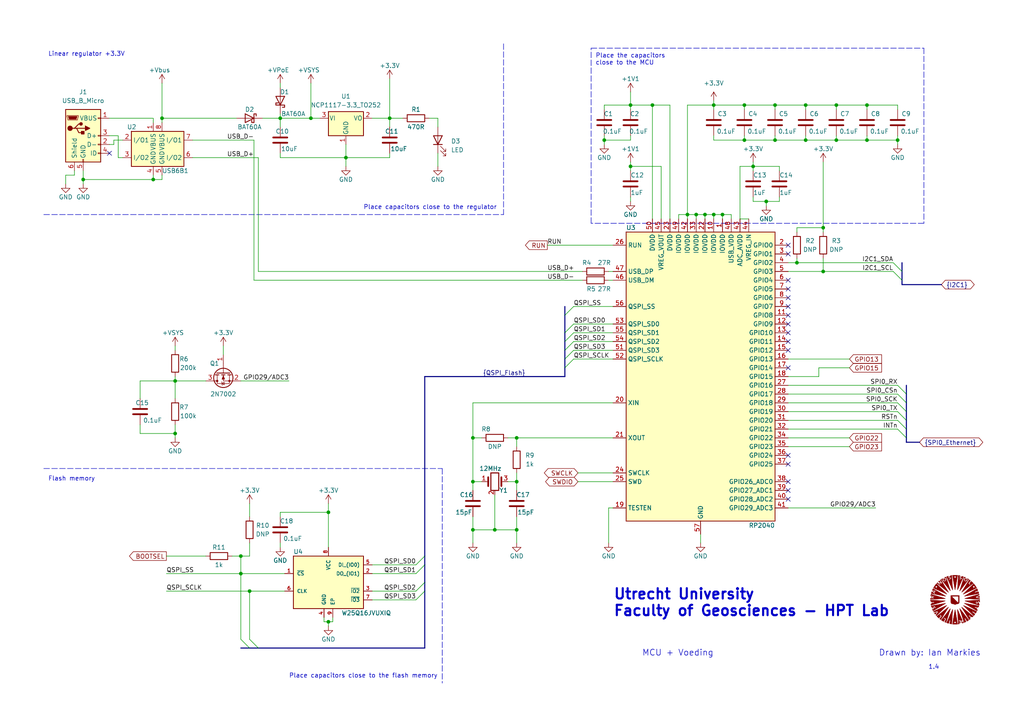
<source format=kicad_sch>
(kicad_sch (version 20211123) (generator eeschema)
  (paper "A4")
  (lib_symbols
    (symbol "+Vsys_1" (power) (in_bom no) (on_board no)
      (property "Value" "+Vsys_1" (at 0 3.81 0))
      (symbol "+Vsys_1_1_1"
        (pin power_in line (at 0 0 90) (length 0) hide (name "+VSYS") (number ""))
      )
    )
    (symbol "Connector:USB_B_Micro" (pin_names (offset 1.016))
      (property "Reference" "J" (at -5.08 11.43 0))
      (property "Value" "USB_B_Micro" (at -5.08 8.89 0))
      (symbol "USB_B_Micro_1_1"
        (pin power_out line (at 7.62 5.08 180) (length 2.54) (name "VBUS") (number "1"))
        (pin bidirectional line (at 7.62 -2.54 180) (length 2.54) (name "D-") (number "2"))
        (pin bidirectional line (at 7.62 0 180) (length 2.54) (name "D+") (number "3"))
        (pin passive line (at 7.62 -5.08 180) (length 2.54) (name "ID") (number "4"))
        (pin power_out line (at 0 -10.16 90) (length 2.54) (name "GND") (number "5"))
        (pin passive line (at -2.54 -10.16 90) (length 2.54) (name "Shield") (number "6"))
      )
    )
    (symbol "Device:C" (pin_numbers hide) (pin_names (offset 0.254))
      (property "Reference" "C" (at 0.635 2.54 0))
      (property "Value" "C" (at 0.635 -2.54 0))
      (symbol "C_1_1"
        (pin passive line (at 0 3.81 270) (length 2.794) (name "~") (number "1"))
        (pin passive line (at 0 -3.81 90) (length 2.794) (name "~") (number "2"))
      )
    )
    (symbol "Device:LED" (pin_numbers hide) (pin_names (offset 1.016) hide)
      (property "Reference" "D" (at 0 2.54 0))
      (property "Value" "LED" (at 0 -2.54 0))
      (symbol "LED_1_1"
        (pin passive line (at -3.81 0 0) (length 2.54) (name "K") (number "1"))
        (pin passive line (at 3.81 0 180) (length 2.54) (name "A") (number "2"))
      )
    )
    (symbol "Device:R" (pin_numbers hide) (pin_names (offset 0))
      (property "Reference" "R" (at 2.032 0 90))
      (property "Value" "R" (at 0 0 90))
      (symbol "R_1_1"
        (pin passive line (at 0 3.81 270) (length 1.27) (name "~") (number "1"))
        (pin passive line (at 0 -3.81 90) (length 1.27) (name "~") (number "2"))
      )
    )
    (symbol "Diode:BAT60A" (pin_numbers hide) (pin_names (offset 1.016) hide)
      (property "Reference" "D" (at 0 2.54 0))
      (property "Value" "BAT60A" (at 0 -2.54 0))
      (symbol "BAT60A_1_1"
        (pin passive line (at -3.81 0 0) (length 2.54) (name "K") (number "1"))
        (pin passive line (at 3.81 0 180) (length 2.54) (name "A") (number "2"))
      )
    )
    (symbol "HPT:+VPoE" (power) (in_bom no) (on_board no)
      (property "Value" "+VPoE" (at 0 5.08 0))
      (symbol "+VPoE_1_1"
        (pin power_in line (at 0 0 90) (length 0) hide (name "+VPoE") (number ""))
      )
    )
    (symbol "HPT:+Vbus" (power) (in_bom no) (on_board no)
      (property "Value" "+Vbus" (at 0 5.08 0))
      (symbol "+Vbus_1_1"
        (pin power_in line (at 0 0 90) (length 0) hide (name "+Vbus") (number ""))
      )
    )
    (symbol "HPT:+Vsys" (power) (in_bom no) (on_board no)
      (property "Value" "+Vsys" (at 0 3.81 0))
      (symbol "+Vsys_1_1"
        (pin power_in line (at 0 0 90) (length 0) hide (name "+VSYS") (number ""))
      )
    )
    (symbol "HPT:Crystal"
      (property "Reference" "U" (at 1.27 6.35 0))
      (property "Value" "Crystal" (at 0 -8.89 0))
      (symbol "Crystal_1_1"
        (pin passive line (at -3.81 0 0) (length 1.27) (name "") (number "1"))
        (pin passive line (at 0 -3.81 90) (length 1.27) (name "") (number "2"))
        (pin passive line (at 3.81 0 180) (length 1.27) (name "") (number "3"))
        (pin passive line (at 0 -3.81 90) (length 1.27) hide (name "") (number "4"))
      )
    )
    (symbol "HPT:LOGO" (pin_names (offset 1.016)))
    (symbol "HPT:W25Q16JVUXIQ" (pin_names (offset 1.016))
      (property "Reference" "IC" (at -10.16 8.89 0))
      (property "Value" "W25Q16JVUXIQ" (at 5.08 -8.89 0))
      (symbol "W25Q16JVUXIQ_0_0"
        (pin bidirectional line (at -12.7 2.54 0) (length 2.54) (name "~{CS}") (number "1"))
        (pin bidirectional line (at 12.7 2.54 180) (length 2.54) (name "DO_(IO1)") (number "2"))
        (pin bidirectional line (at 12.7 -2.54 180) (length 2.54) (name "~{IO2}") (number "3"))
        (pin bidirectional line (at -1.27 -10.16 90) (length 2.54) (name "GND") (number "4"))
        (pin bidirectional line (at 12.7 5.08 180) (length 2.54) (name "DI_(IO0)") (number "5"))
        (pin bidirectional line (at -12.7 -2.54 0) (length 2.54) (name "CLK") (number "6"))
        (pin bidirectional line (at 12.7 -5.08 180) (length 2.54) (name "~{IO3}") (number "7"))
        (pin bidirectional line (at 0 10.16 270) (length 2.54) (name "VCC") (number "8"))
        (pin bidirectional line (at 1.27 -10.16 90) (length 2.54) (name "EP") (number "9"))
      )
    )
    (symbol "MCU_RaspberryPi:RP2040"
      (property "Reference" "U3" (at -21.59 43.18 0))
      (property "Value" "RP2040" (at 13.97 -43.18 0))
      (symbol "RP2040_1_1"
        (pin power_in line (at 6.35 45.72 270) (length 3.81) (name "IOVDD") (number "1"))
        (pin power_in line (at 3.81 45.72 270) (length 3.81) (name "IOVDD") (number "10"))
        (pin bidirectional line (at 25.4 17.78 180) (length 3.81) (name "GPIO8") (number "11"))
        (pin bidirectional line (at 25.4 15.24 180) (length 3.81) (name "GPIO9") (number "12"))
        (pin bidirectional line (at 25.4 12.7 180) (length 3.81) (name "GPIO10") (number "13"))
        (pin bidirectional line (at 25.4 10.16 180) (length 3.81) (name "GPIO11") (number "14"))
        (pin bidirectional line (at 25.4 7.62 180) (length 3.81) (name "GPIO12") (number "15"))
        (pin bidirectional line (at 25.4 5.08 180) (length 3.81) (name "GPIO13") (number "16"))
        (pin bidirectional line (at 25.4 2.54 180) (length 3.81) (name "GPIO14") (number "17"))
        (pin bidirectional line (at 25.4 0 180) (length 3.81) (name "GPIO15") (number "18"))
        (pin input line (at -25.4 -38.1 0) (length 3.81) (name "TESTEN") (number "19"))
        (pin bidirectional line (at 25.4 38.1 180) (length 3.81) (name "GPIO0") (number "2"))
        (pin input line (at -25.4 -7.62 0) (length 3.81) (name "XIN") (number "20"))
        (pin passive line (at -25.4 -17.78 0) (length 3.81) (name "XOUT") (number "21"))
        (pin power_in line (at 1.27 45.72 270) (length 3.81) (name "IOVDD") (number "22"))
        (pin power_in line (at -8.89 45.72 270) (length 3.81) (name "DVDD") (number "23"))
        (pin output line (at -25.4 -27.94 0) (length 3.81) (name "SWCLK") (number "24"))
        (pin bidirectional line (at -25.4 -30.48 0) (length 3.81) (name "SWD") (number "25"))
        (pin input line (at -25.4 38.1 0) (length 3.81) (name "RUN") (number "26"))
        (pin bidirectional line (at 25.4 -2.54 180) (length 3.81) (name "GPIO16") (number "27"))
        (pin bidirectional line (at 25.4 -5.08 180) (length 3.81) (name "GPIO17") (number "28"))
        (pin bidirectional line (at 25.4 -7.62 180) (length 3.81) (name "GPIO18") (number "29"))
        (pin bidirectional line (at 25.4 35.56 180) (length 3.81) (name "GPIO1") (number "3"))
        (pin bidirectional line (at 25.4 -10.16 180) (length 3.81) (name "GPIO19") (number "30"))
        (pin bidirectional line (at 25.4 -12.7 180) (length 3.81) (name "GPIO20") (number "31"))
        (pin bidirectional line (at 25.4 -15.24 180) (length 3.81) (name "GPIO21") (number "32"))
        (pin power_in line (at -1.27 45.72 270) (length 3.81) (name "IOVDD") (number "33"))
        (pin bidirectional line (at 25.4 -17.78 180) (length 3.81) (name "GPIO22") (number "34"))
        (pin bidirectional line (at 25.4 -20.32 180) (length 3.81) (name "GPIO23") (number "35"))
        (pin bidirectional line (at 25.4 -22.86 180) (length 3.81) (name "GPIO24") (number "36"))
        (pin bidirectional line (at 25.4 -25.4 180) (length 3.81) (name "GPIO25") (number "37"))
        (pin bidirectional line (at 25.4 -30.48 180) (length 3.81) (name "GPIO26_ADC0") (number "38"))
        (pin bidirectional line (at 25.4 -33.02 180) (length 3.81) (name "GPIO27_ADC1") (number "39"))
        (pin bidirectional line (at 25.4 33.02 180) (length 3.81) (name "GPIO2") (number "4"))
        (pin bidirectional line (at 25.4 -35.56 180) (length 3.81) (name "GPIO28_ADC2") (number "40"))
        (pin bidirectional line (at 25.4 -38.1 180) (length 3.81) (name "GPIO29_ADC3") (number "41"))
        (pin power_in line (at -3.81 45.72 270) (length 3.81) (name "IOVDD") (number "42"))
        (pin power_in line (at 11.43 45.72 270) (length 3.81) (name "ADC_AVDD") (number "43"))
        (pin power_in line (at 13.97 45.72 270) (length 3.81) (name "VREG_IN") (number "44"))
        (pin power_out line (at -11.43 45.72 270) (length 3.81) (name "VREG_VOUT") (number "45"))
        (pin bidirectional line (at -25.4 27.94 0) (length 3.81) (name "USB_DM") (number "46"))
        (pin bidirectional line (at -25.4 30.48 0) (length 3.81) (name "USB_DP") (number "47"))
        (pin power_in line (at 8.89 45.72 270) (length 3.81) (name "USB_VDD") (number "48"))
        (pin power_in line (at -6.35 45.72 270) (length 3.81) (name "IOVDD") (number "49"))
        (pin bidirectional line (at 25.4 30.48 180) (length 3.81) (name "GPIO3") (number "5"))
        (pin power_in line (at -13.97 45.72 270) (length 3.81) (name "DVDD") (number "50"))
        (pin bidirectional line (at -25.4 7.62 0) (length 3.81) (name "QSPI_SD3") (number "51"))
        (pin output line (at -25.4 5.08 0) (length 3.81) (name "QSPI_SCLK") (number "52"))
        (pin bidirectional line (at -25.4 15.24 0) (length 3.81) (name "QSPI_SD0") (number "53"))
        (pin bidirectional line (at -25.4 10.16 0) (length 3.81) (name "QSPI_SD2") (number "54"))
        (pin bidirectional line (at -25.4 12.7 0) (length 3.81) (name "QSPI_SD1") (number "55"))
        (pin bidirectional line (at -25.4 20.32 0) (length 3.81) (name "QSPI_SS") (number "56"))
        (pin power_in line (at 0 -45.72 90) (length 3.81) (name "GND") (number "57"))
        (pin bidirectional line (at 25.4 27.94 180) (length 3.81) (name "GPIO4") (number "6"))
        (pin bidirectional line (at 25.4 25.4 180) (length 3.81) (name "GPIO5") (number "7"))
        (pin bidirectional line (at 25.4 22.86 180) (length 3.81) (name "GPIO6") (number "8"))
        (pin bidirectional line (at 25.4 20.32 180) (length 3.81) (name "GPIO7") (number "9"))
      )
    )
    (symbol "Power_Protection:USB6B1"
      (property "Reference" "U2" (at -8.89 6.35 0))
      (property "Value" "USB6B1" (at 1.27 -6.35 0))
      (symbol "USB6B1_1_1"
        (pin passive line (at -1.27 7.62 270) (length 2.54) (name "VBUS") (number "1"))
        (pin passive line (at -10.16 2.54 0) (length 2.54) (name "I/O1") (number "2"))
        (pin passive line (at -10.16 -2.54 0) (length 2.54) (name "I/O2") (number "3"))
        (pin passive line (at -1.27 -7.62 90) (length 2.54) (name "GND") (number "4"))
        (pin passive line (at 1.27 -7.62 90) (length 2.54) (name "GND") (number "5"))
        (pin passive line (at 10.16 -2.54 180) (length 2.54) (name "I/O2") (number "6"))
        (pin passive line (at 10.16 2.54 180) (length 2.54) (name "I/O1") (number "7"))
        (pin passive line (at 1.27 7.62 270) (length 2.54) (name "VBUS") (number "8"))
      )
    )
    (symbol "Regulator_Linear:NCP1117-3.3_TO252" (pin_names (offset 0.254))
      (property "Reference" "U" (at -3.81 3.175 0))
      (property "Value" "NCP1117-3.3_TO252" (at 0 3.175 0))
      (symbol "NCP1117-3.3_TO252_1_1"
        (pin power_in line (at 0 -7.62 90) (length 2.54) (name "GND") (number "1"))
        (pin power_out line (at 7.62 0 180) (length 2.54) (name "VO") (number "2"))
        (pin power_in line (at -7.62 0 0) (length 2.54) (name "VI") (number "3"))
      )
    )
    (symbol "Transistor_FET:2N7002" (pin_names hide)
      (property "Reference" "Q" (at 5.08 1.905 0))
      (property "Value" "2N7002" (at 5.08 0 0))
      (symbol "2N7002_1_1"
        (pin input line (at -5.08 0 0) (length 2.54) (name "G") (number "1"))
        (pin passive line (at 2.54 -5.08 90) (length 2.54) (name "S") (number "2"))
        (pin passive line (at 2.54 5.08 270) (length 2.54) (name "D") (number "3"))
      )
    )
    (symbol "power:+1V1" (power) (pin_names (offset 0))
      (property "Value" "+1V1" (at 0 3.556 0))
      (symbol "+1V1_1_1"
        (pin power_in line (at 0 0 90) (length 0) hide (name "+1V1") (number "1"))
      )
    )
    (symbol "power:+3.3V" (power) (pin_names (offset 0))
      (property "Value" "+3.3V" (at 0 3.556 0))
      (symbol "+3.3V_1_1"
        (pin power_in line (at 0 0 90) (length 0) hide (name "+3.3V") (number "1"))
      )
    )
    (symbol "power:GND" (power) (pin_names (offset 0))
      (property "Value" "GND" (at 0 -3.81 0))
      (symbol "GND_1_1"
        (pin power_in line (at 0 0 270) (length 0) hide (name "GND") (number "1"))
      )
    )
  )
  (bus_alias "QSPI_Flash" (members "QSPI_SS" "QSPI_SCLK" "QSPI_SD0" "QSPI_SD1" "QSPI_SD2" "QSPI_SD3"))
  (bus_alias "I2C1" (members "I2C1_SDA" "I2C1_SCL"))
  (bus_alias "SPI0_Ethernet" (members "SPI0_RX" "SPI0_TX" "SPI0_SCK" "SPI0_CSn" "RSTn" "INTn"))
  (junction (at 137.16 127))
  (junction (at 113.03 34.29))
  (junction (at 207.01 62.23))
  (junction (at 69.85 161.29))
  (junction (at 209.55 62.23))
  (junction (at 242.57 30.48))
  (junction (at 189.23 30.48))
  (junction (at 238.76 78.74))
  (junction (at 204.47 62.23))
  (junction (at 251.46 30.48))
  (junction (at 100.33 45.72))
  (junction (at 175.26 40.64))
  (junction (at 50.8 110.49))
  (junction (at 149.86 153.67))
  (junction (at 199.39 62.23))
  (junction (at 137.16 139.7))
  (junction (at 215.9 40.64))
  (junction (at 207.01 30.48))
  (junction (at 222.25 58.42))
  (junction (at 69.85 166.37))
  (junction (at 224.79 40.64))
  (junction (at 46.99 34.29))
  (junction (at 233.68 40.64))
  (junction (at 95.25 180.34))
  (junction (at 90.17 34.29))
  (junction (at 182.88 30.48))
  (junction (at 50.8 125.73))
  (junction (at 218.44 48.26))
  (junction (at 72.39 171.45))
  (junction (at 81.28 34.29))
  (junction (at 224.79 30.48))
  (junction (at 242.57 40.64))
  (junction (at 44.45 52.07))
  (junction (at 251.46 40.64))
  (junction (at 137.16 153.67))
  (junction (at 143.51 153.67))
  (junction (at 260.35 40.64))
  (junction (at 149.86 127))
  (junction (at 24.13 52.07))
  (junction (at 233.68 30.48))
  (junction (at 182.88 48.26))
  (junction (at 201.93 62.23))
  (junction (at 95.25 148.59))
  (junction (at 238.76 66.04))
  (junction (at 149.86 139.7))
  (junction (at 215.9 30.48))
  (junction (at 231.14 76.2))
  (no_connect (at 228.6 101.6))
  (no_connect (at 228.6 81.28))
  (no_connect (at 228.6 83.82))
  (no_connect (at 228.6 71.12))
  (no_connect (at 228.6 73.66))
  (no_connect (at 228.6 86.36))
  (no_connect (at 228.6 88.9))
  (no_connect (at 228.6 144.78))
  (no_connect (at 228.6 142.24))
  (no_connect (at 228.6 134.62))
  (no_connect (at 228.6 139.7))
  (no_connect (at 228.6 91.44))
  (no_connect (at 228.6 93.98))
  (no_connect (at 228.6 96.52))
  (no_connect (at 228.6 99.06))
  (no_connect (at 228.6 132.08))
  (no_connect (at 228.6 106.68))
  (no_connect (at 31.75 44.45))
  (bus_entry (at 163.83 91.44) (size 2.54 -2.54))
  (bus_entry (at 261.62 81.28) (size -2.54 -2.54))
  (bus_entry (at 262.89 124.46) (size -2.54 -2.54))
  (bus_entry (at 261.62 78.74) (size -2.54 -2.54))
  (bus_entry (at 72.39 187.96) (size -2.54 -2.54))
  (bus_entry (at 74.93 187.96) (size -2.54 -2.54))
  (bus_entry (at 120.65 163.83) (size 2.54 -2.54))
  (bus_entry (at 120.65 173.99) (size 2.54 -2.54))
  (bus_entry (at 120.65 166.37) (size 2.54 -2.54))
  (bus_entry (at 120.65 171.45) (size 2.54 -2.54))
  (bus_entry (at 262.89 121.92) (size -2.54 -2.54))
  (bus_entry (at 262.89 127) (size -2.54 -2.54))
  (bus_entry (at 262.89 114.3) (size -2.54 -2.54))
  (bus_entry (at 262.89 116.84) (size -2.54 -2.54))
  (bus_entry (at 163.83 104.14) (size 2.54 -2.54))
  (bus_entry (at 163.83 101.6) (size 2.54 -2.54))
  (bus_entry (at 163.83 99.06) (size 2.54 -2.54))
  (bus_entry (at 163.83 106.68) (size 2.54 -2.54))
  (bus_entry (at 163.83 96.52) (size 2.54 -2.54))
  (bus_entry (at 262.89 119.38) (size -2.54 -2.54))
  (polyline (pts (xy 171.45 13.97) (xy 267.97 13.97)))
  (bus (pts (xy 262.89 121.92) (xy 262.89 124.46)))
  (wire (pts (xy 137.16 139.7) (xy 139.7 139.7)))
  (polyline (pts (xy 12.7 135.89) (xy 128.27 135.89)))
  (wire (pts (xy 199.39 62.23) (xy 201.93 62.23)))
  (wire (pts (xy 231.14 66.04) (xy 238.76 66.04)))
  (wire (pts (xy 218.44 46.99) (xy 218.44 48.26)))
  (wire (pts (xy 176.53 81.28) (xy 177.8 81.28)))
  (wire (pts (xy 251.46 39.37) (xy 251.46 40.64)))
  (wire (pts (xy 149.86 157.48) (xy 149.86 153.67)))
  (wire (pts (xy 69.85 166.37) (xy 69.85 185.42)))
  (wire (pts (xy 55.88 45.72) (xy 74.93 45.72)))
  (wire (pts (xy 81.28 24.13) (xy 81.28 25.4)))
  (wire (pts (xy 224.79 40.64) (xy 215.9 40.64)))
  (wire (pts (xy 251.46 30.48) (xy 251.46 31.75)))
  (bus (pts (xy 261.62 82.55) (xy 273.05 82.55)))
  (wire (pts (xy 107.95 163.83) (xy 120.65 163.83)))
  (bus (pts (xy 123.19 163.83) (xy 123.19 168.91)))
  (wire (pts (xy 93.98 180.34) (xy 95.25 180.34)))
  (wire (pts (xy 46.99 35.56) (xy 46.99 34.29)))
  (wire (pts (xy 242.57 40.64) (xy 233.68 40.64)))
  (wire (pts (xy 74.93 78.74) (xy 74.93 45.72)))
  (bus (pts (xy 72.39 187.96) (xy 74.93 187.96)))
  (wire (pts (xy 204.47 62.23) (xy 204.47 63.5)))
  (wire (pts (xy 21.59 50.8) (xy 19.05 50.8)))
  (bus (pts (xy 261.62 76.2) (xy 261.62 78.74)))
  (wire (pts (xy 113.03 22.86) (xy 113.03 34.29)))
  (wire (pts (xy 40.64 110.49) (xy 50.8 110.49)))
  (wire (pts (xy 24.13 52.07) (xy 44.45 52.07)))
  (wire (pts (xy 224.79 30.48) (xy 224.79 31.75)))
  (bus (pts (xy 123.19 161.29) (xy 123.19 163.83)))
  (wire (pts (xy 73.66 81.28) (xy 73.66 40.64)))
  (wire (pts (xy 69.85 161.29) (xy 69.85 166.37)))
  (bus (pts (xy 262.89 114.3) (xy 262.89 116.84)))
  (wire (pts (xy 46.99 52.07) (xy 46.99 50.8)))
  (wire (pts (xy 214.63 48.26) (xy 218.44 48.26)))
  (wire (pts (xy 166.37 96.52) (xy 177.8 96.52)))
  (wire (pts (xy 231.14 76.2) (xy 259.08 76.2)))
  (wire (pts (xy 139.7 127) (xy 137.16 127)))
  (wire (pts (xy 260.35 39.37) (xy 260.35 40.64)))
  (wire (pts (xy 69.85 166.37) (xy 82.55 166.37)))
  (wire (pts (xy 228.6 76.2) (xy 231.14 76.2)))
  (wire (pts (xy 189.23 30.48) (xy 182.88 30.48)))
  (wire (pts (xy 212.09 62.23) (xy 212.09 63.5)))
  (wire (pts (xy 81.28 36.83) (xy 81.28 34.29)))
  (wire (pts (xy 158.75 71.12) (xy 177.8 71.12)))
  (wire (pts (xy 228.6 111.76) (xy 260.35 111.76)))
  (wire (pts (xy 143.51 153.67) (xy 149.86 153.67)))
  (bus (pts (xy 261.62 78.74) (xy 261.62 81.28)))
  (wire (pts (xy 137.16 116.84) (xy 177.8 116.84)))
  (wire (pts (xy 242.57 30.48) (xy 233.68 30.48)))
  (wire (pts (xy 46.99 24.13) (xy 46.99 34.29)))
  (bus (pts (xy 261.62 81.28) (xy 261.62 82.55)))
  (wire (pts (xy 204.47 62.23) (xy 207.01 62.23)))
  (wire (pts (xy 176.53 147.32) (xy 176.53 157.48)))
  (wire (pts (xy 207.01 40.64) (xy 207.01 39.37)))
  (wire (pts (xy 100.33 41.91) (xy 100.33 45.72)))
  (wire (pts (xy 40.64 110.49) (xy 40.64 115.57)))
  (bus (pts (xy 163.83 101.6) (xy 163.83 104.14)))
  (wire (pts (xy 207.01 30.48) (xy 207.01 31.75)))
  (wire (pts (xy 95.25 146.05) (xy 95.25 148.59)))
  (wire (pts (xy 214.63 48.26) (xy 214.63 63.5)))
  (wire (pts (xy 44.45 52.07) (xy 46.99 52.07)))
  (wire (pts (xy 166.37 101.6) (xy 177.8 101.6)))
  (wire (pts (xy 50.8 110.49) (xy 50.8 115.57)))
  (wire (pts (xy 182.88 46.99) (xy 182.88 48.26)))
  (wire (pts (xy 113.03 45.72) (xy 100.33 45.72)))
  (wire (pts (xy 147.32 127) (xy 149.86 127)))
  (wire (pts (xy 226.06 58.42) (xy 226.06 57.15)))
  (wire (pts (xy 215.9 39.37) (xy 215.9 40.64)))
  (wire (pts (xy 175.26 40.64) (xy 175.26 39.37)))
  (wire (pts (xy 46.99 34.29) (xy 68.58 34.29)))
  (wire (pts (xy 81.28 45.72) (xy 81.28 44.45)))
  (wire (pts (xy 182.88 39.37) (xy 182.88 40.64)))
  (wire (pts (xy 182.88 30.48) (xy 182.88 31.75)))
  (wire (pts (xy 231.14 66.04) (xy 231.14 67.31)))
  (wire (pts (xy 260.35 40.64) (xy 251.46 40.64)))
  (wire (pts (xy 74.93 78.74) (xy 168.91 78.74)))
  (wire (pts (xy 228.6 116.84) (xy 260.35 116.84)))
  (wire (pts (xy 238.76 74.93) (xy 238.76 78.74)))
  (wire (pts (xy 166.37 93.98) (xy 177.8 93.98)))
  (bus (pts (xy 262.89 127) (xy 262.89 128.27)))
  (wire (pts (xy 177.8 147.32) (xy 176.53 147.32)))
  (wire (pts (xy 72.39 146.05) (xy 72.39 149.86)))
  (wire (pts (xy 238.76 66.04) (xy 238.76 67.31)))
  (wire (pts (xy 189.23 30.48) (xy 189.23 63.5)))
  (wire (pts (xy 137.16 116.84) (xy 137.16 127)))
  (polyline (pts (xy 146.05 12.7) (xy 146.05 62.23)))
  (wire (pts (xy 207.01 29.21) (xy 207.01 30.48)))
  (wire (pts (xy 196.85 63.5) (xy 196.85 62.23)))
  (wire (pts (xy 72.39 157.48) (xy 72.39 161.29)))
  (wire (pts (xy 95.25 181.61) (xy 95.25 180.34)))
  (wire (pts (xy 24.13 49.53) (xy 24.13 52.07)))
  (wire (pts (xy 113.03 36.83) (xy 113.03 34.29)))
  (wire (pts (xy 242.57 39.37) (xy 242.57 40.64)))
  (wire (pts (xy 107.95 173.99) (xy 120.65 173.99)))
  (wire (pts (xy 199.39 62.23) (xy 199.39 63.5)))
  (wire (pts (xy 19.05 50.8) (xy 19.05 53.34)))
  (wire (pts (xy 228.6 114.3) (xy 260.35 114.3)))
  (wire (pts (xy 72.39 171.45) (xy 82.55 171.45)))
  (wire (pts (xy 50.8 125.73) (xy 50.8 127)))
  (wire (pts (xy 166.37 88.9) (xy 177.8 88.9)))
  (wire (pts (xy 194.31 30.48) (xy 189.23 30.48)))
  (wire (pts (xy 199.39 30.48) (xy 199.39 62.23)))
  (wire (pts (xy 72.39 171.45) (xy 72.39 185.42)))
  (wire (pts (xy 90.17 34.29) (xy 92.71 34.29)))
  (bus (pts (xy 262.89 128.27) (xy 266.7 128.27)))
  (wire (pts (xy 107.95 34.29) (xy 113.03 34.29)))
  (bus (pts (xy 262.89 116.84) (xy 262.89 119.38)))
  (bus (pts (xy 262.89 111.76) (xy 262.89 114.3)))
  (wire (pts (xy 207.01 30.48) (xy 199.39 30.48)))
  (wire (pts (xy 31.75 39.37) (xy 34.29 39.37)))
  (wire (pts (xy 260.35 30.48) (xy 251.46 30.48)))
  (wire (pts (xy 209.55 62.23) (xy 212.09 62.23)))
  (wire (pts (xy 95.25 148.59) (xy 95.25 158.75)))
  (bus (pts (xy 163.83 104.14) (xy 163.83 106.68)))
  (wire (pts (xy 73.66 81.28) (xy 168.91 81.28)))
  (wire (pts (xy 149.86 127) (xy 177.8 127)))
  (wire (pts (xy 238.76 78.74) (xy 259.08 78.74)))
  (bus (pts (xy 123.19 171.45) (xy 123.19 187.96)))
  (wire (pts (xy 137.16 127) (xy 137.16 139.7)))
  (wire (pts (xy 176.53 78.74) (xy 177.8 78.74)))
  (bus (pts (xy 262.89 124.46) (xy 262.89 127)))
  (wire (pts (xy 149.86 137.16) (xy 149.86 139.7)))
  (wire (pts (xy 222.25 58.42) (xy 226.06 58.42)))
  (wire (pts (xy 226.06 49.53) (xy 226.06 48.26)))
  (wire (pts (xy 40.64 125.73) (xy 50.8 125.73)))
  (wire (pts (xy 124.46 34.29) (xy 127 34.29)))
  (polyline (pts (xy 267.97 13.97) (xy 267.97 64.77)))
  (wire (pts (xy 166.37 104.14) (xy 177.8 104.14)))
  (bus (pts (xy 123.19 168.91) (xy 123.19 171.45)))
  (wire (pts (xy 166.37 99.06) (xy 177.8 99.06)))
  (wire (pts (xy 175.26 41.91) (xy 175.26 40.64)))
  (wire (pts (xy 81.28 149.86) (xy 81.28 148.59)))
  (wire (pts (xy 251.46 30.48) (xy 242.57 30.48)))
  (wire (pts (xy 149.86 139.7) (xy 149.86 142.24)))
  (bus (pts (xy 123.19 109.22) (xy 123.19 161.29)))
  (wire (pts (xy 48.26 161.29) (xy 59.69 161.29)))
  (wire (pts (xy 218.44 58.42) (xy 222.25 58.42)))
  (wire (pts (xy 167.64 139.7) (xy 177.8 139.7)))
  (wire (pts (xy 48.26 166.37) (xy 69.85 166.37)))
  (wire (pts (xy 147.32 139.7) (xy 149.86 139.7)))
  (wire (pts (xy 50.8 100.33) (xy 50.8 101.6)))
  (wire (pts (xy 34.29 45.72) (xy 35.56 45.72)))
  (wire (pts (xy 50.8 109.22) (xy 50.8 110.49)))
  (wire (pts (xy 175.26 30.48) (xy 182.88 30.48)))
  (wire (pts (xy 218.44 57.15) (xy 218.44 58.42)))
  (wire (pts (xy 231.14 76.2) (xy 231.14 74.93)))
  (wire (pts (xy 81.28 157.48) (xy 81.28 158.75)))
  (wire (pts (xy 69.85 110.49) (xy 83.82 110.49)))
  (wire (pts (xy 228.6 124.46) (xy 260.35 124.46)))
  (wire (pts (xy 214.63 63.5) (xy 217.17 63.5)))
  (wire (pts (xy 228.6 78.74) (xy 238.76 78.74)))
  (wire (pts (xy 93.98 180.34) (xy 93.98 179.07)))
  (wire (pts (xy 201.93 62.23) (xy 204.47 62.23)))
  (wire (pts (xy 233.68 39.37) (xy 233.68 40.64)))
  (bus (pts (xy 163.83 106.68) (xy 163.83 109.22)))
  (wire (pts (xy 228.6 127) (xy 246.38 127)))
  (wire (pts (xy 107.95 171.45) (xy 120.65 171.45)))
  (wire (pts (xy 238.76 46.99) (xy 238.76 66.04)))
  (wire (pts (xy 24.13 53.34) (xy 24.13 52.07)))
  (wire (pts (xy 90.17 24.13) (xy 90.17 34.29)))
  (wire (pts (xy 31.75 41.91) (xy 33.02 41.91)))
  (wire (pts (xy 233.68 30.48) (xy 224.79 30.48)))
  (wire (pts (xy 228.6 119.38) (xy 260.35 119.38)))
  (bus (pts (xy 74.93 187.96) (xy 123.19 187.96)))
  (wire (pts (xy 40.64 123.19) (xy 40.64 125.73)))
  (wire (pts (xy 100.33 45.72) (xy 81.28 45.72)))
  (wire (pts (xy 260.35 41.91) (xy 260.35 40.64)))
  (wire (pts (xy 44.45 34.29) (xy 44.45 35.56)))
  (wire (pts (xy 50.8 123.19) (xy 50.8 125.73)))
  (wire (pts (xy 59.69 110.49) (xy 50.8 110.49)))
  (wire (pts (xy 76.2 34.29) (xy 81.28 34.29)))
  (bus (pts (xy 163.83 96.52) (xy 163.83 99.06)))
  (wire (pts (xy 260.35 31.75) (xy 260.35 30.48)))
  (wire (pts (xy 137.16 149.86) (xy 137.16 153.67)))
  (wire (pts (xy 96.52 180.34) (xy 96.52 179.07)))
  (wire (pts (xy 137.16 139.7) (xy 137.16 142.24)))
  (wire (pts (xy 182.88 58.42) (xy 182.88 57.15)))
  (bus (pts (xy 163.83 109.22) (xy 123.19 109.22)))
  (bus (pts (xy 69.85 187.96) (xy 72.39 187.96)))
  (wire (pts (xy 218.44 48.26) (xy 218.44 49.53)))
  (wire (pts (xy 127 34.29) (xy 127 36.83)))
  (wire (pts (xy 100.33 45.72) (xy 100.33 48.26)))
  (wire (pts (xy 113.03 44.45) (xy 113.03 45.72)))
  (wire (pts (xy 228.6 129.54) (xy 246.38 129.54)))
  (wire (pts (xy 228.6 109.22) (xy 237.49 109.22)))
  (wire (pts (xy 191.77 48.26) (xy 182.88 48.26)))
  (wire (pts (xy 207.01 62.23) (xy 209.55 62.23)))
  (wire (pts (xy 215.9 30.48) (xy 207.01 30.48)))
  (wire (pts (xy 228.6 104.14) (xy 246.38 104.14)))
  (wire (pts (xy 81.28 33.02) (xy 81.28 34.29)))
  (wire (pts (xy 196.85 62.23) (xy 199.39 62.23)))
  (wire (pts (xy 67.31 161.29) (xy 69.85 161.29)))
  (wire (pts (xy 31.75 34.29) (xy 44.45 34.29)))
  (wire (pts (xy 48.26 171.45) (xy 72.39 171.45)))
  (wire (pts (xy 175.26 31.75) (xy 175.26 30.48)))
  (bus (pts (xy 163.83 91.44) (xy 163.83 96.52)))
  (wire (pts (xy 233.68 30.48) (xy 233.68 31.75)))
  (wire (pts (xy 182.88 48.26) (xy 182.88 49.53)))
  (wire (pts (xy 149.86 127) (xy 149.86 129.54)))
  (wire (pts (xy 55.88 40.64) (xy 73.66 40.64)))
  (wire (pts (xy 81.28 148.59) (xy 95.25 148.59)))
  (wire (pts (xy 224.79 39.37) (xy 224.79 40.64)))
  (wire (pts (xy 207.01 62.23) (xy 207.01 63.5)))
  (wire (pts (xy 209.55 62.23) (xy 209.55 63.5)))
  (wire (pts (xy 81.28 34.29) (xy 90.17 34.29)))
  (wire (pts (xy 194.31 63.5) (xy 194.31 30.48)))
  (wire (pts (xy 201.93 62.23) (xy 201.93 63.5)))
  (wire (pts (xy 95.25 180.34) (xy 96.52 180.34)))
  (wire (pts (xy 215.9 40.64) (xy 207.01 40.64)))
  (wire (pts (xy 107.95 166.37) (xy 120.65 166.37)))
  (wire (pts (xy 203.2 154.94) (xy 203.2 157.48)))
  (wire (pts (xy 64.77 102.87) (xy 64.77 100.33)))
  (wire (pts (xy 44.45 52.07) (xy 44.45 50.8)))
  (wire (pts (xy 242.57 30.48) (xy 242.57 31.75)))
  (wire (pts (xy 228.6 121.92) (xy 260.35 121.92)))
  (wire (pts (xy 34.29 39.37) (xy 34.29 45.72)))
  (wire (pts (xy 137.16 157.48) (xy 137.16 153.67)))
  (polyline (pts (xy 267.97 64.77) (xy 171.45 64.77)))
  (wire (pts (xy 215.9 30.48) (xy 215.9 31.75)))
  (wire (pts (xy 137.16 153.67) (xy 143.51 153.67)))
  (wire (pts (xy 233.68 40.64) (xy 224.79 40.64)))
  (wire (pts (xy 149.86 149.86) (xy 149.86 153.67)))
  (wire (pts (xy 224.79 30.48) (xy 215.9 30.48)))
  (wire (pts (xy 72.39 161.29) (xy 69.85 161.29)))
  (wire (pts (xy 191.77 48.26) (xy 191.77 63.5)))
  (wire (pts (xy 251.46 40.64) (xy 242.57 40.64)))
  (wire (pts (xy 237.49 109.22) (xy 237.49 106.68)))
  (wire (pts (xy 182.88 26.67) (xy 182.88 30.48)))
  (wire (pts (xy 218.44 48.26) (xy 226.06 48.26)))
  (wire (pts (xy 33.02 41.91) (xy 33.02 40.64)))
  (wire (pts (xy 113.03 34.29) (xy 116.84 34.29)))
  (bus (pts (xy 163.83 88.9) (xy 163.83 91.44)))
  (polyline (pts (xy 12.7 62.23) (xy 146.05 62.23)))
  (wire (pts (xy 33.02 40.64) (xy 35.56 40.64)))
  (wire (pts (xy 21.59 49.53) (xy 21.59 50.8)))
  (wire (pts (xy 237.49 106.68) (xy 246.38 106.68)))
  (polyline (pts (xy 171.45 64.77) (xy 171.45 13.97)))
  (wire (pts (xy 143.51 143.51) (xy 143.51 153.67)))
  (wire (pts (xy 228.6 147.32) (xy 254 147.32)))
  (wire (pts (xy 127 44.45) (xy 127 48.26)))
  (polyline (pts (xy 128.27 135.89) (xy 128.27 198.12)))
  (wire (pts (xy 167.64 137.16) (xy 177.8 137.16)))
  (wire (pts (xy 182.88 40.64) (xy 175.26 40.64)))
  (bus (pts (xy 163.83 99.06) (xy 163.83 101.6)))
  (bus (pts (xy 262.89 119.38) (xy 262.89 121.92)))
  (wire (pts (xy 222.25 59.69) (xy 222.25 58.42)))
  (text "Drawn by: Ian Markies" (at 284.48 190.5 180) (effects (font (size 1.75 1.75)) (justify right bottom)))
  (text "Utrecht University\nFaculty of Geosciences - HPT Lab" (at 177.8 179.07 0) (effects (font (size 3 3) (thickness 0.6) bold) (justify left bottom)))
  (text "Place capacitors close to the flash memory\n" (at 83.82 196.85 0) (effects (font (size 1.27 1.27)) (justify left bottom)))
  (text "1.4" (at 269.24 194.31 0) (effects (font (size 1.27 1.27)) (justify left bottom)))
  (text "Linear regulator +3.3V" (at 13.97 16.51 0) (effects (font (size 1.27 1.27)) (justify left bottom)))
  (text "MCU + Voeding" (at 207.01 190.5 180) (effects (font (size 1.75 1.75)) (justify right bottom)))
  (text "Flash memory\n" (at 13.97 139.7 0) (effects (font (size 1.27 1.27)) (justify left bottom)))
  (text "Place the capacitors\nclose to the MCU" (at 172.72 19.05 0) (effects (font (size 1.27 1.27)) (justify left bottom)))
  (text "Place capacitors close to the regulator\n" (at 105.41 60.96 0) (effects (font (size 1.27 1.27)) (justify left bottom)))
  (label "INTn" (at 260.35 124.46 180))
  (label "QSPI_SD1" (at 120.65 166.37 180))
  (label "QSPI_SCLK" (at 48.26 171.45 0))
  (label "QSPI_SD3" (at 120.65 173.99 180))
  (label "QSPI_SD2" (at 166.37 99.06 0))
  (label "RSTn" (at 260.35 121.92 180))
  (label "SPI0_RX" (at 260.35 111.76 180))
  (label "I2C1_SDA" (at 259.08 76.2 180))
  (label "QSPI_SD2" (at 120.65 171.45 180))
  (label "RUN" (at 158.75 71.12 0))
  (label "{QSPI_Flash}" (at 152.4 109.22 180))
  (label "SPI0_CSn" (at 260.35 114.3 180))
  (label "QSPI_SD0" (at 120.65 163.83 180))
  (label "USB_D-" (at 73.66 40.64 180))
  (label "GPIO29{slash}ADC3" (at 83.82 110.49 180))
  (label "QSPI_SD0" (at 166.37 93.98 0))
  (label "USB_D+" (at 158.75 78.74 0))
  (label "USB_D-" (at 158.75 81.28 0))
  (label "QSPI_SCLK" (at 166.37 104.14 0))
  (label "USB_D+" (at 73.66 45.72 180))
  (label "QSPI_SS" (at 166.37 88.9 0))
  (label "QSPI_SD3" (at 166.37 101.6 0))
  (label "SPI0_SCK" (at 260.35 116.84 180))
  (label "SPI0_TX" (at 260.35 119.38 180))
  (label "QSPI_SS" (at 48.26 166.37 0))
  (label "QSPI_SD1" (at 166.37 96.52 0))
  (label "GPIO29{slash}ADC3" (at 254 147.32 180))
  (label "I2C1_SCL" (at 259.08 78.74 180))
  (global_label "{I2C1}" (shape bidirectional) (at 273.05 82.55 0) (property "Intersheet References" "${INTERSHEET_REFS}" (effects hide)))
  (global_label "RUN" (shape output) (at 158.75 71.12 180) (property "Intersheet References" "${INTERSHEET_REFS}" (effects hide)))
  (global_label "SWCLK" (shape bidirectional) (at 167.64 137.16 180) (property "Intersheet References" "${INTERSHEET_REFS}" (effects hide)))
  (global_label "SWDIO" (shape bidirectional) (at 167.64 139.7 180) (property "Intersheet References" "${INTERSHEET_REFS}" (effects hide)))
  (global_label "GPIO15" (shape input) (at 246.38 106.68 0) (property "Intersheet References" "${INTERSHEET_REFS}" (effects hide)))
  (global_label "BOOTSEL" (shape output) (at 48.26 161.29 180) (property "Intersheet References" "${INTERSHEET_REFS}" (effects hide)))
  (global_label "GPIO13" (shape input) (at 246.38 104.14 0) (property "Intersheet References" "${INTERSHEET_REFS}" (effects hide)))
  (global_label "GPIO22" (shape input) (at 246.38 127 0) (property "Intersheet References" "${INTERSHEET_REFS}" (effects hide)))
  (global_label "GPIO23" (shape input) (at 246.38 129.54 0) (property "Intersheet References" "${INTERSHEET_REFS}" (effects hide)))
  (global_label "{SPI0_Ethernet}" (shape bidirectional) (at 266.7 128.27 0) (property "Intersheet References" "${INTERSHEET_REFS}" (effects hide)))
  (symbol (lib_id "HPT:+Vsys") (at 90.17 24.13 0) (unit 1) (in_bom no) (on_board no)
    (property "Reference" "#U03" (effects hide))
    (property "Value" "+Vsys" (at 86.36 20.32 0) (effects (justify left)))
  )
  (symbol (lib_id "Device:R") (at 149.86 133.35 0) (mirror x) (unit 1)
    (property "Reference" "R9" (at 153.67 132.08 0))
    (property "Value" "1k" (at 153.67 134.62 0))
    (property "Footprint" "Resistor_SMD:R_0402_1005Metric" (effects hide))
  )
  (symbol (lib_id "power:+3.3V") (at 207.01 29.21 0) (unit 1)
    (property "Reference" "#PWR03" (effects hide))
    (property "Value" "+3.3V" (at 207.01 24.13 0))
  )
  (symbol (lib_id "HPT:Crystal") (at 143.51 139.7 0) (unit 1)
    (property "Reference" "Y1" (at 146.05 142.24 0))
    (property "Value" "12MHz" (at 142.24 135.89 0))
    (property "Footprint" "Crystal:Crystal_SMD_Abracon_ABM8G-4Pin_3.2x2.5mm" (effects hide))
  )
  (symbol (lib_id "Device:C") (at 81.28 153.67 0) (mirror y) (unit 1)
    (property "Reference" "C18" (at 85.09 151.13 0) (effects (justify left)))
    (property "Value" "0.1uF" (at 87.63 156.21 0) (effects (justify left)))
    (property "Footprint" "Capacitor_SMD:C_0402_1005Metric" (effects hide))
  )
  (symbol (lib_id "power:GND") (at 19.05 53.34 0) (unit 1)
    (property "Reference" "#PWR011" (effects hide))
    (property "Value" "GND" (at 19.05 57.15 0))
  )
  (symbol (lib_id "Device:R") (at 63.5 161.29 270) (mirror x) (unit 1)
    (property "Reference" "R11" (at 63.5 158.75 90))
    (property "Value" "1k" (at 63.5 163.83 90))
    (property "Footprint" "Resistor_SMD:R_0402_1005Metric" (effects hide))
  )
  (symbol (lib_id "power:GND") (at 50.8 127 0) (unit 1)
    (property "Reference" "#PWR016" (effects hide))
    (property "Value" "GND" (at 50.8 130.81 0))
  )
  (symbol (lib_id "power:+1V1") (at 182.88 46.99 0) (unit 1)
    (property "Reference" "#PWR06" (effects hide))
    (property "Value" "+1V1" (at 182.88 43.18 0))
  )
  (symbol (lib_id "Power_Protection:USB6B1") (at 45.72 43.18 0) (unit 1)
    (property "Reference" "U2" (at 36.83 36.83 0) (effects (justify left)))
    (property "Value" "USB6B1" (at 46.99 49.53 0) (effects (justify left)))
    (property "Footprint" "Package_SO:SOIC-8_3.9x4.9mm_P1.27mm" (effects hide))
    (property "Datasheet" "http://www.st.com/content/ccc/resource/technical/document/datasheet/3e/ec/b2/54/b2/76/47/90/CD00001361.pdf/files/CD00001361.pdf/jcr:content/translations/en.CD00001361.pdf" (effects hide))
  )
  (symbol (lib_id "Regulator_Linear:NCP1117-3.3_TO252") (at 100.33 34.29 0) (unit 1)
    (property "Reference" "U1" (at 100.33 27.94 0))
    (property "Value" "NCP1117-3.3_TO252" (at 100.33 30.48 0))
    (property "Footprint" "Package_TO_SOT_SMD:TO-252-2" (effects hide))
    (property "Datasheet" "http://www.onsemi.com/pub_link/Collateral/NCP1117-D.PDF" (effects hide))
  )
  (symbol (lib_id "power:+3.3V") (at 218.44 46.99 0) (unit 1)
    (property "Reference" "#PWR07" (effects hide))
    (property "Value" "+3.3V" (at 218.44 43.18 0))
  )
  (symbol (lib_id "Device:C") (at 215.9 35.56 0) (mirror y) (unit 1)
    (property "Reference" "C4" (at 219.71 33.02 0) (effects (justify left)))
    (property "Value" "0.1uF" (at 222.25 38.1 0) (effects (justify left)))
    (property "Footprint" "Capacitor_SMD:C_0402_1005Metric" (effects hide))
  )
  (symbol (lib_id "power:GND") (at 260.35 41.91 0) (unit 1)
    (property "Reference" "#PWR05" (effects hide))
    (property "Value" "GND" (at 260.35 45.72 0))
  )
  (symbol (lib_id "power:GND") (at 137.16 157.48 0) (mirror y) (unit 1)
    (property "Reference" "#PWR019" (effects hide))
    (property "Value" "GND" (at 137.16 161.29 0))
  )
  (symbol (lib_id "power:+3.3V") (at 72.39 146.05 0) (unit 1)
    (property "Reference" "#PWR017" (effects hide))
    (property "Value" "+3.3V" (at 72.39 142.24 0))
  )
  (symbol (lib_id "HPT:+VPoE") (at 81.28 24.13 0) (unit 1) (in_bom no) (on_board no)
    (property "Reference" "#U02" (effects hide))
    (property "Value" "+VPoE" (at 77.47 20.32 0) (effects (justify left)))
  )
  (symbol (lib_id "Device:R") (at 231.14 71.12 0) (mirror x) (unit 1)
    (property "Reference" "R2" (at 234.95 69.85 0))
    (property "Value" "DNP" (at 234.95 72.39 0))
    (property "Footprint" "Resistor_SMD:R_0402_1005Metric" (effects hide))
  )
  (symbol (lib_id "Diode:BAT60A") (at 72.39 34.29 0) (mirror y) (unit 1)
    (property "Reference" "D2" (at 72.39 31.75 0))
    (property "Value" "BAT60A" (at 72.39 36.83 0))
    (property "Footprint" "Diode_SMD:D_SOD-323" (effects hide))
    (property "Datasheet" "https://www.infineon.com/dgdl/Infineon-BAT60ASERIES-DS-v01_01-en.pdf?fileId=db3a304313d846880113def70c9304a9" (effects hide))
  )
  (symbol (lib_id "power:GND") (at 100.33 48.26 0) (unit 1)
    (property "Reference" "#PWR09" (effects hide))
    (property "Value" "GND" (at 100.33 52.07 0))
  )
  (symbol (lib_id "Device:C") (at 175.26 35.56 0) (mirror y) (unit 1)
    (property "Reference" "C1" (at 177.8 33.02 0) (effects (justify left)))
    (property "Value" "0.1uF" (at 180.34 38.1 0) (effects (justify left)))
    (property "Footprint" "Capacitor_SMD:C_0402_1005Metric" (effects hide))
  )
  (symbol (lib_id "Device:LED") (at 127 40.64 90) (unit 1)
    (property "Reference" "D3" (at 130.81 40.9574 90) (effects (justify right)))
    (property "Value" "LED" (at 130.81 43.4974 90) (effects (justify right)))
    (property "Footprint" "HPT:LED" (effects hide))
  )
  (symbol (lib_id "Device:C") (at 40.64 119.38 0) (mirror y) (unit 1)
    (property "Reference" "C15" (at 43.18 116.84 0) (effects (justify left)))
    (property "Value" "0.1uF" (at 46.99 121.92 0) (effects (justify left)))
    (property "Footprint" "Capacitor_SMD:C_0402_1005Metric" (effects hide))
  )
  (symbol (lib_id "power:GND") (at 175.26 41.91 0) (unit 1)
    (property "Reference" "#PWR04" (effects hide))
    (property "Value" "GND" (at 175.26 45.72 0))
  )
  (symbol (lib_name "+Vsys_1") (lib_id "HPT:+Vsys") (at 50.8 100.33 0) (unit 1) (in_bom no) (on_board no)
    (property "Reference" "#U04" (effects hide))
    (property "Value" "+Vsys" (at 46.99 96.52 0) (effects (justify left)))
  )
  (symbol (lib_id "power:GND") (at 203.2 157.48 0) (unit 1)
    (property "Reference" "#PWR022" (effects hide))
    (property "Value" "GND" (at 203.2 161.29 0))
  )
  (symbol (lib_id "power:GND") (at 127 48.26 0) (unit 1)
    (property "Reference" "#PWR010" (effects hide))
    (property "Value" "GND" (at 127 52.07 0))
  )
  (symbol (lib_id "Device:R") (at 120.65 34.29 270) (mirror x) (unit 1)
    (property "Reference" "R1" (at 120.65 31.75 90))
    (property "Value" "470R" (at 120.65 36.83 90))
    (property "Footprint" "Resistor_SMD:R_0402_1005Metric" (effects hide))
  )
  (symbol (lib_id "MCU_RaspberryPi:RP2040") (at 203.2 109.22 0) (unit 1)
    (property "Reference" "U3" (at 181.61 66.04 0) (effects (justify left)))
    (property "Value" "RP2040" (at 217.17 152.4 0) (effects (justify left)))
    (property "Footprint" "Package_DFN_QFN:QFN-56-1EP_7x7mm_P0.4mm_EP3.2x3.2mm" (effects hide))
    (property "Datasheet" "https://datasheets.raspberrypi.com/rp2040/rp2040-datasheet.pdf" (effects hide))
  )
  (symbol (lib_id "power:+3.3V") (at 238.76 46.99 0) (unit 1)
    (property "Reference" "#PWR08" (effects hide))
    (property "Value" "+3.3V" (at 238.76 43.18 0))
  )
  (symbol (lib_id "power:+3.3V") (at 113.03 22.86 0) (unit 1)
    (property "Reference" "#PWR01" (effects hide))
    (property "Value" "+3.3V" (at 113.03 19.05 0))
  )
  (symbol (lib_id "power:GND") (at 182.88 58.42 0) (unit 1)
    (property "Reference" "#PWR013" (effects hide))
    (property "Value" "GND" (at 182.88 62.23 0))
  )
  (symbol (lib_id "Device:C") (at 182.88 35.56 0) (mirror y) (unit 1)
    (property "Reference" "C2" (at 185.42 33.02 0) (effects (justify left)))
    (property "Value" "0.1uF" (at 187.96 38.1 0) (effects (justify left)))
    (property "Footprint" "Capacitor_SMD:C_0402_1005Metric" (effects hide))
  )
  (symbol (lib_id "power:+1V1") (at 182.88 26.67 0) (unit 1)
    (property "Reference" "#PWR02" (effects hide))
    (property "Value" "+1V1" (at 182.88 22.86 0))
  )
  (symbol (lib_id "power:+3.3V") (at 64.77 100.33 0) (unit 1)
    (property "Reference" "#PWR015" (effects hide))
    (property "Value" "+3.3V" (at 64.77 96.52 0))
  )
  (symbol (lib_id "power:+3.3V") (at 95.25 146.05 0) (unit 1)
    (property "Reference" "#PWR018" (effects hide))
    (property "Value" "+3.3V" (at 95.25 142.24 0))
  )
  (symbol (lib_id "Diode:BAT60A") (at 81.28 29.21 270) (mirror x) (unit 1)
    (property "Reference" "D1" (at 82.55 26.67 90))
    (property "Value" "BAT60A" (at 85.09 33.02 90))
    (property "Footprint" "Diode_SMD:D_SOD-323" (effects hide))
    (property "Datasheet" "https://www.infineon.com/dgdl/Infineon-BAT60ASERIES-DS-v01_01-en.pdf?fileId=db3a304313d846880113def70c9304a9" (effects hide))
  )
  (symbol (lib_id "Device:R") (at 50.8 105.41 0) (mirror x) (unit 1)
    (property "Reference" "R6" (at 53.34 104.14 0))
    (property "Value" "200k" (at 54.61 106.68 0))
    (property "Footprint" "Resistor_SMD:R_0402_1005Metric" (effects hide))
  )
  (symbol (lib_id "power:GND") (at 176.53 157.48 0) (unit 1)
    (property "Reference" "#PWR021" (effects hide))
    (property "Value" "GND" (at 176.53 161.29 0))
  )
  (symbol (lib_id "Device:C") (at 242.57 35.56 0) (mirror y) (unit 1)
    (property "Reference" "C7" (at 246.38 33.02 0) (effects (justify left)))
    (property "Value" "0.1uF" (at 248.92 38.1 0) (effects (justify left)))
    (property "Footprint" "Capacitor_SMD:C_0402_1005Metric" (effects hide))
  )
  (symbol (lib_id "Device:C") (at 218.44 53.34 0) (unit 1)
    (property "Reference" "C13" (at 218.44 50.8 0) (effects (justify left)))
    (property "Value" "1uF" (at 218.44 55.88 0) (effects (justify left)))
    (property "Footprint" "Capacitor_SMD:C_0402_1005Metric" (effects hide))
  )
  (symbol (lib_id "power:GND") (at 149.86 157.48 0) (mirror y) (unit 1)
    (property "Reference" "#PWR020" (effects hide))
    (property "Value" "GND" (at 149.86 161.29 0))
  )
  (symbol (lib_id "Device:C") (at 81.28 40.64 0) (mirror y) (unit 1)
    (property "Reference" "C10" (at 83.82 38.1 0) (effects (justify left)))
    (property "Value" "10uF" (at 86.36 43.18 0) (effects (justify left)))
    (property "Footprint" "Capacitor_SMD:C_0402_1005Metric" (effects hide))
  )
  (symbol (lib_id "Device:R") (at 143.51 127 270) (mirror x) (unit 1)
    (property "Reference" "R8" (at 140.97 124.46 90))
    (property "Value" "DNP" (at 143.51 129.54 90))
    (property "Footprint" "Resistor_SMD:R_0402_1005Metric" (effects hide))
  )
  (symbol (lib_id "Device:C") (at 251.46 35.56 0) (mirror y) (unit 1)
    (property "Reference" "C8" (at 255.27 33.02 0) (effects (justify left)))
    (property "Value" "0.1uF" (at 257.81 38.1 0) (effects (justify left)))
    (property "Footprint" "Capacitor_SMD:C_0402_1005Metric" (effects hide))
  )
  (symbol (lib_id "Device:C") (at 113.03 40.64 0) (mirror y) (unit 1)
    (property "Reference" "C11" (at 115.57 38.1 0) (effects (justify left)))
    (property "Value" "10uF" (at 118.11 43.18 0) (effects (justify left)))
    (property "Footprint" "Capacitor_SMD:C_0402_1005Metric" (effects hide))
  )
  (symbol (lib_id "Device:R") (at 72.39 153.67 0) (mirror x) (unit 1)
    (property "Reference" "R10" (at 76.2 152.4 0))
    (property "Value" "DNP" (at 76.2 154.94 0))
    (property "Footprint" "Resistor_SMD:R_0402_1005Metric" (effects hide))
  )
  (symbol (lib_id "Transistor_FET:2N7002") (at 64.77 107.95 90) (mirror x) (unit 1)
    (property "Reference" "Q1" (at 62.23 105.41 90))
    (property "Value" "2N7002" (at 64.77 114.3 90))
    (property "Footprint" "Package_TO_SOT_SMD:SOT-23" (effects hide))
    (property "Datasheet" "https://www.onsemi.com/pub/Collateral/NDS7002A-D.PDF" (effects hide))
  )
  (symbol (lib_id "Device:C") (at 207.01 35.56 0) (mirror y) (unit 1)
    (property "Reference" "C3" (at 210.82 33.02 0) (effects (justify left)))
    (property "Value" "0.1uF" (at 213.36 38.1 0) (effects (justify left)))
    (property "Footprint" "Capacitor_SMD:C_0402_1005Metric" (effects hide))
  )
  (symbol (lib_id "power:GND") (at 222.25 59.69 0) (unit 1)
    (property "Reference" "#PWR014" (effects hide))
    (property "Value" "GND" (at 222.25 63.5 0))
  )
  (symbol (lib_id "HPT:+Vbus") (at 46.99 24.13 0) (unit 1) (in_bom no) (on_board no)
    (property "Reference" "#U01" (effects hide))
    (property "Value" "+Vbus" (at 43.18 20.32 0) (effects (justify left)))
  )
  (symbol (lib_id "Device:C") (at 224.79 35.56 0) (mirror y) (unit 1)
    (property "Reference" "C5" (at 228.6 33.02 0) (effects (justify left)))
    (property "Value" "0.1uF" (at 231.14 38.1 0) (effects (justify left)))
    (property "Footprint" "Capacitor_SMD:C_0402_1005Metric" (effects hide))
  )
  (symbol (lib_id "Device:C") (at 260.35 35.56 0) (mirror y) (unit 1)
    (property "Reference" "C9" (at 264.16 33.02 0) (effects (justify left)))
    (property "Value" "0.1uF" (at 266.7 38.1 0) (effects (justify left)))
    (property "Footprint" "Capacitor_SMD:C_0402_1005Metric" (effects hide))
  )
  (symbol (lib_id "Device:C") (at 226.06 53.34 0) (unit 1)
    (property "Reference" "C14" (at 226.06 50.8 0) (effects (justify left)))
    (property "Value" "1uF" (at 226.06 55.88 0) (effects (justify left)))
    (property "Footprint" "Capacitor_SMD:C_0402_1005Metric" (effects hide))
  )
  (symbol (lib_id "Device:R") (at 172.72 81.28 270) (mirror x) (unit 1)
    (property "Reference" "R5" (at 171.45 83.82 90))
    (property "Value" "27R" (at 175.26 83.82 90))
    (property "Footprint" "Resistor_SMD:R_0402_1005Metric" (effects hide))
  )
  (symbol (lib_id "Device:C") (at 149.86 146.05 0) (mirror y) (unit 1)
    (property "Reference" "C17" (at 153.67 143.51 0) (effects (justify left)))
    (property "Value" "15pF" (at 154.94 148.59 0) (effects (justify left)))
    (property "Footprint" "Capacitor_SMD:C_0402_1005Metric" (effects hide))
  )
  (symbol (lib_id "Device:C") (at 233.68 35.56 0) (mirror y) (unit 1)
    (property "Reference" "C6" (at 237.49 33.02 0) (effects (justify left)))
    (property "Value" "0.1uF" (at 240.03 38.1 0) (effects (justify left)))
    (property "Footprint" "Capacitor_SMD:C_0402_1005Metric" (effects hide))
  )
  (symbol (lib_id "Device:R") (at 172.72 78.74 270) (mirror x) (unit 1)
    (property "Reference" "R4" (at 170.18 76.2 90))
    (property "Value" "27R" (at 175.26 76.2 90))
    (property "Footprint" "Resistor_SMD:R_0402_1005Metric" (effects hide))
  )
  (symbol (lib_id "HPT:W25Q16JVUXIQ") (at 95.25 168.91 0) (unit 1)
    (property "Reference" "U4" (at 85.09 160.02 0) (effects (justify left)))
    (property "Value" "W25Q16JVUXIQ" (at 99.06 177.8 0) (effects (justify left)))
    (property "Footprint" "SON50P300X200X60-9N" (effects hide))
    (property "MANUFACTURER_PART_NUMBER" "W25Q16JVUXIQ" (effects hide))
    (property "MANUFACTURER_NAME" "Winbond" (effects hide))
    (property "DESCRIPTION" "SPIFLASH, 3V, 16M-BIT, 4KB UNIFO" (effects hide))
    (property "HEIGHT" "0.6mm" (effects hide))
  )
  (symbol (lib_id "HPT:LOGO") (at 276.86 173.99 0) (unit 1)
    (property "Reference" "#G2" (effects hide))
    (property "Value" "LOGO" (effects hide))
  )
  (symbol (lib_id "Device:C") (at 182.88 53.34 0) (unit 1)
    (property "Reference" "C12" (at 182.88 50.8 0) (effects (justify left)))
    (property "Value" "1uF" (at 182.88 55.88 0) (effects (justify left)))
    (property "Footprint" "Capacitor_SMD:C_0402_1005Metric" (effects hide))
  )
  (symbol (lib_id "Device:R") (at 238.76 71.12 0) (mirror x) (unit 1)
    (property "Reference" "R3" (at 242.57 69.85 0))
    (property "Value" "DNP" (at 242.57 72.39 0))
    (property "Footprint" "Resistor_SMD:R_0402_1005Metric" (effects hide))
  )
  (symbol (lib_id "power:GND") (at 81.28 158.75 0) (unit 1)
    (property "Reference" "#PWR023" (effects hide))
    (property "Value" "GND" (at 81.28 162.56 0))
  )
  (symbol (lib_id "Device:R") (at 50.8 119.38 0) (mirror x) (unit 1)
    (property "Reference" "R7" (at 53.34 118.11 0))
    (property "Value" "100k" (at 54.61 120.65 0))
    (property "Footprint" "Resistor_SMD:R_0402_1005Metric" (effects hide))
  )
  (symbol (lib_id "Connector:USB_B_Micro") (at 24.13 39.37 0) (unit 1)
    (property "Reference" "J1" (at 24.13 26.67 0))
    (property "Value" "USB_B_Micro" (at 24.13 29.21 0))
    (property "Footprint" "HPT:Micro USB, Type B" (effects hide))
  )
  (symbol (lib_id "Device:C") (at 137.16 146.05 0) (mirror y) (unit 1)
    (property "Reference" "C16" (at 133.35 143.51 0) (effects (justify right)))
    (property "Value" "15pF" (at 132.08 148.59 0) (effects (justify right)))
    (property "Footprint" "Capacitor_SMD:C_0402_1005Metric" (effects hide))
  )
  (symbol (lib_id "power:GND") (at 24.13 53.34 0) (unit 1)
    (property "Reference" "#PWR012" (effects hide))
    (property "Value" "GND" (at 24.13 57.15 0))
  )
  (symbol (lib_id "power:GND") (at 95.25 181.61 0) (unit 1)
    (property "Reference" "#PWR024" (effects hide))
    (property "Value" "GND" (at 95.25 185.42 0))
  )
)
</source>
